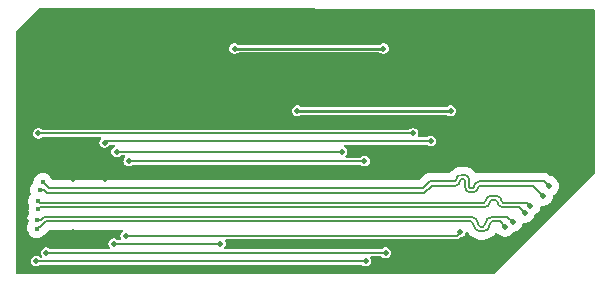
<source format=gbr>
%TF.GenerationSoftware,KiCad,Pcbnew,8.0.0*%
%TF.CreationDate,2024-03-06T21:08:29+04:00*%
%TF.ProjectId,gbc-cm4-aio-flex,6762632d-636d-4342-9d61-696f2d666c65,rev?*%
%TF.SameCoordinates,Original*%
%TF.FileFunction,Copper,L2,Bot*%
%TF.FilePolarity,Positive*%
%FSLAX46Y46*%
G04 Gerber Fmt 4.6, Leading zero omitted, Abs format (unit mm)*
G04 Created by KiCad (PCBNEW 8.0.0) date 2024-03-06 21:08:29*
%MOMM*%
%LPD*%
G01*
G04 APERTURE LIST*
%TA.AperFunction,ViaPad*%
%ADD10C,0.500000*%
%TD*%
%TA.AperFunction,ViaPad*%
%ADD11C,0.400000*%
%TD*%
%TA.AperFunction,Conductor*%
%ADD12C,0.180000*%
%TD*%
%TA.AperFunction,Conductor*%
%ADD13C,0.200000*%
%TD*%
%TA.AperFunction,Conductor*%
%ADD14C,0.250000*%
%TD*%
G04 APERTURE END LIST*
D10*
%TO.N,GND*%
X166570000Y-130090000D03*
X161210000Y-126750000D03*
X147000000Y-134500000D03*
X134540000Y-128430000D03*
X166100000Y-118810000D03*
X146600000Y-121500000D03*
X125360000Y-128000000D03*
X145900000Y-120200000D03*
X140420000Y-128440000D03*
X150000000Y-134500000D03*
X131550000Y-128430000D03*
X132550000Y-128430000D03*
X160080000Y-128020000D03*
X161600000Y-118810000D03*
X158600000Y-118810000D03*
X147420000Y-128440000D03*
X143000000Y-134500000D03*
X146000000Y-134500000D03*
X166500000Y-128290000D03*
X140000000Y-134500000D03*
X161080000Y-128020000D03*
X163100000Y-118810000D03*
X165720000Y-131300000D03*
X142000000Y-134500000D03*
X152720000Y-134350000D03*
X157190000Y-128080000D03*
X146600000Y-119000000D03*
X161210000Y-124750000D03*
X166500000Y-124390000D03*
X127510000Y-134500000D03*
X147100000Y-121500000D03*
X121340000Y-133550000D03*
X148000000Y-134500000D03*
X154140000Y-134340000D03*
X141000000Y-134500000D03*
X121340000Y-128550000D03*
X145420000Y-128440000D03*
X164650000Y-132190000D03*
X139000000Y-134500000D03*
X121340000Y-129550000D03*
X157000000Y-121500000D03*
X141420000Y-128440000D03*
X161210000Y-121750000D03*
X159050000Y-127770000D03*
X130550000Y-128430000D03*
X125360000Y-133500000D03*
X145000000Y-134500000D03*
X144000000Y-134500000D03*
X128010000Y-129000000D03*
X154980000Y-128370000D03*
X163580000Y-132940000D03*
X142420000Y-128440000D03*
X152500000Y-128820000D03*
X135540000Y-128430000D03*
X152600000Y-119000000D03*
X161210000Y-123750000D03*
X121340000Y-132550000D03*
X136540000Y-128430000D03*
X156150000Y-134340000D03*
X121340000Y-130550000D03*
X125360000Y-127000000D03*
X161210000Y-122750000D03*
X139420000Y-128440000D03*
X166500000Y-126390000D03*
X166800000Y-120200000D03*
X147100000Y-119000000D03*
X166490000Y-121460000D03*
X157100000Y-119000000D03*
X164600000Y-118810000D03*
X166500000Y-129000000D03*
X123010000Y-127000000D03*
X144420000Y-128440000D03*
X143420000Y-128440000D03*
X160100000Y-121710000D03*
X155960000Y-128210000D03*
X166500000Y-122390000D03*
X161170000Y-133870000D03*
X121340000Y-131550000D03*
X162490000Y-133880000D03*
X154050000Y-128810000D03*
X127010000Y-127000000D03*
X125360000Y-134500000D03*
X160100000Y-118810000D03*
X166500000Y-123390000D03*
X161210000Y-125750000D03*
X166500000Y-125390000D03*
X149000000Y-134500000D03*
X125360000Y-129000000D03*
X157800000Y-134370000D03*
X146420000Y-128440000D03*
X159460000Y-134350000D03*
X133540000Y-128430000D03*
X166500000Y-127290000D03*
%TO.N,/D0_P*%
X165600000Y-129570000D03*
D11*
X122770000Y-129270000D03*
D10*
%TO.N,/D0_N*%
X165110000Y-130380000D03*
D11*
X122510000Y-129920000D03*
D10*
%TO.N,/D1_P*%
X164040000Y-131232701D03*
D11*
X122320000Y-130850000D03*
%TO.N,/D1_N*%
X122350000Y-131550000D03*
D10*
X163567374Y-131818516D03*
%TO.N,/CLK_P*%
X162540000Y-132599927D03*
D11*
X122250000Y-132440000D03*
%TO.N,/CLK_N*%
X122233596Y-133176754D03*
D10*
X161900000Y-133000000D03*
%TO.N,/PWM*%
X158110000Y-133470000D03*
X129794000Y-133780000D03*
%TO.N,/RESET*%
X137810000Y-134460000D03*
X128778000Y-134460000D03*
%TO.N,/LCD_A*%
X155600000Y-125760000D03*
X128010000Y-125890000D03*
%TO.N,/LCD_K*%
X122400000Y-125120000D03*
X154110000Y-125120000D03*
%TO.N,+1V8*%
X151790000Y-135210000D03*
X139010000Y-117930000D03*
X123040000Y-135220000D03*
X151610000Y-117930000D03*
%TO.N,+2V8*%
X150100000Y-135930000D03*
X122200000Y-135930000D03*
%TO.N,-5V*%
X150000000Y-127460000D03*
X130048000Y-127460000D03*
%TO.N,+5V*%
X129020000Y-126660000D03*
X148100000Y-126660000D03*
%TO.N,Net-(J3-Pin_18)*%
X144320000Y-123190000D03*
X157290000Y-123190000D03*
%TD*%
D12*
%TO.N,/D0_P*%
X123270000Y-129770000D02*
X136540000Y-129770000D01*
X155522598Y-129170000D02*
X154922598Y-129770000D01*
X156570000Y-129170000D02*
X155522598Y-129170000D01*
X157650000Y-129170000D02*
X157450000Y-129170000D01*
X165200000Y-129170000D02*
X159730000Y-129170000D01*
X159170000Y-129730000D02*
X158970000Y-129730000D01*
X165600000Y-129570000D02*
X165200000Y-129170000D01*
X158410000Y-128610000D02*
X158210000Y-128610000D01*
X122770000Y-129270000D02*
X123270000Y-129770000D01*
X158880000Y-129550000D02*
X158880000Y-129080000D01*
X158880000Y-129640000D02*
X158880000Y-129550000D01*
X136120000Y-129770000D02*
X136540000Y-129770000D01*
X154922598Y-129770000D02*
X136540000Y-129770000D01*
X157450000Y-129170000D02*
X156570000Y-129170000D01*
X159730000Y-129170000D02*
G75*
G03*
X159260000Y-129640000I0J-470000D01*
G01*
X158880000Y-129080000D02*
G75*
G03*
X158410000Y-128610000I-470000J0D01*
G01*
X157740000Y-129080000D02*
G75*
G02*
X157650000Y-129170000I-90000J0D01*
G01*
X158970000Y-129730000D02*
G75*
G02*
X158880000Y-129640000I0J90000D01*
G01*
X158210000Y-128610000D02*
G75*
G03*
X157740000Y-129080000I0J-470000D01*
G01*
X159260000Y-129640000D02*
G75*
G02*
X159170000Y-129730000I-90000J0D01*
G01*
%TO.N,/D0_N*%
X158500000Y-129640000D02*
X158500000Y-129550000D01*
X164280000Y-129550000D02*
X159730000Y-129550000D01*
X137470000Y-130150000D02*
X137450000Y-130170000D01*
X122882598Y-129920000D02*
X123132598Y-130170000D01*
X165110000Y-130380000D02*
X164280000Y-129550000D01*
X157650000Y-129550000D02*
X157450000Y-129550000D01*
X155680000Y-129550000D02*
X155080000Y-130150000D01*
X159170000Y-130110000D02*
X158970000Y-130110000D01*
X135670000Y-130170000D02*
X136610000Y-130170000D01*
X158410000Y-128990000D02*
X158210000Y-128990000D01*
X137450000Y-130170000D02*
X136610000Y-130170000D01*
X156570000Y-129550000D02*
X155680000Y-129550000D01*
X157450000Y-129550000D02*
X156570000Y-129550000D01*
X155080000Y-130150000D02*
X137470000Y-130150000D01*
X123132598Y-130170000D02*
X136610000Y-130170000D01*
X122510000Y-129920000D02*
X122882598Y-129920000D01*
X158500000Y-129550000D02*
X158500000Y-129080000D01*
X158500000Y-129080000D02*
G75*
G03*
X158410000Y-128990000I-90000J0D01*
G01*
X159730000Y-129550000D02*
G75*
G03*
X159640000Y-129640000I0J-90000D01*
G01*
X158210000Y-128990000D02*
G75*
G03*
X158120000Y-129080000I0J-90000D01*
G01*
X159640000Y-129640000D02*
G75*
G02*
X159170000Y-130110000I-470000J0D01*
G01*
X158120000Y-129080000D02*
G75*
G02*
X157650000Y-129550000I-470000J0D01*
G01*
X158970000Y-130110000D02*
G75*
G02*
X158500000Y-129640000I0J470000D01*
G01*
%TO.N,/D1_P*%
X122440000Y-130850000D02*
X122560000Y-130970000D01*
X163777299Y-130970000D02*
X162610000Y-130970000D01*
X122560000Y-130970000D02*
X136780000Y-130970000D01*
X161726854Y-130970000D02*
X162140000Y-130970000D01*
X122320000Y-130850000D02*
X122440000Y-130850000D01*
X162140000Y-130970000D02*
X162610000Y-130970000D01*
X135670000Y-130970000D02*
X136780000Y-130970000D01*
X164040000Y-131232701D02*
X163777299Y-130970000D01*
X160726854Y-130383146D02*
X161140000Y-130383146D01*
X136780000Y-130970000D02*
X160140000Y-130970000D01*
X161140000Y-130383146D02*
G75*
G02*
X161633454Y-130876573I0J-493454D01*
G01*
X161633427Y-130876573D02*
G75*
G03*
X161726854Y-130970073I93473J-27D01*
G01*
X160140000Y-130970000D02*
G75*
G03*
X160233400Y-130876573I0J93400D01*
G01*
X160233427Y-130876573D02*
G75*
G02*
X160726854Y-130383127I493473J-27D01*
G01*
%TO.N,/D1_N*%
X135300000Y-131370000D02*
X135860000Y-131370000D01*
X135860000Y-131370000D02*
X160140000Y-131370000D01*
X161726854Y-131370000D02*
X162140000Y-131370000D01*
X122350000Y-131550000D02*
X122530000Y-131370000D01*
X162140000Y-131370000D02*
X162610000Y-131370000D01*
X160726854Y-130783146D02*
X161140000Y-130783146D01*
X163118858Y-131370000D02*
X163567374Y-131818516D01*
X122530000Y-131370000D02*
X135860000Y-131370000D01*
X162610000Y-131370000D02*
X163118858Y-131370000D01*
X160633427Y-130876573D02*
G75*
G02*
X160726854Y-130783127I93473J-27D01*
G01*
X160140000Y-131370000D02*
G75*
G03*
X160633400Y-130876573I0J493400D01*
G01*
X161233427Y-130876573D02*
G75*
G03*
X161726854Y-131370073I493473J-27D01*
G01*
X161140000Y-130783146D02*
G75*
G02*
X161233454Y-130876573I0J-93454D01*
G01*
%TO.N,/CLK_P*%
X122250000Y-132440000D02*
X122632598Y-132440000D01*
X160226725Y-132770000D02*
X160226725Y-132813794D01*
X159626725Y-132813794D02*
X159626725Y-132770000D01*
X158826725Y-132170000D02*
X156610000Y-132170000D01*
X122632598Y-132440000D02*
X122902598Y-132170000D01*
X122902598Y-132170000D02*
X135850000Y-132170000D01*
X159026725Y-132170000D02*
X158826725Y-132170000D01*
X156610000Y-132170000D02*
X135850000Y-132170000D01*
X162110073Y-132170000D02*
X160826725Y-132170000D01*
X162540000Y-132599927D02*
X162110073Y-132170000D01*
X135320000Y-132170000D02*
X135850000Y-132170000D01*
X160026725Y-133013794D02*
X159826725Y-133013794D01*
X159626725Y-132770000D02*
G75*
G03*
X159026725Y-132169975I-600025J0D01*
G01*
X159826725Y-133013794D02*
G75*
G02*
X159626706Y-132813794I-25J199994D01*
G01*
X160826725Y-132170000D02*
G75*
G03*
X160226700Y-132770000I-25J-600000D01*
G01*
X160226725Y-132813794D02*
G75*
G02*
X160026725Y-133013825I-200025J-6D01*
G01*
%TO.N,/CLK_N*%
X135650000Y-132570000D02*
X136110000Y-132570000D01*
X161470000Y-132570000D02*
X160826725Y-132570000D01*
X122233596Y-133176754D02*
X122341472Y-133068878D01*
X156610000Y-132570000D02*
X136110000Y-132570000D01*
X158826725Y-132570000D02*
X156610000Y-132570000D01*
X122541122Y-133068878D02*
X123040000Y-132570000D01*
X159026725Y-132570000D02*
X158826725Y-132570000D01*
X160626725Y-132770000D02*
X160626725Y-132813794D01*
X160026725Y-133413794D02*
X159826725Y-133413794D01*
X122341472Y-133068878D02*
X122541122Y-133068878D01*
X159226725Y-132813794D02*
X159226725Y-132770000D01*
X161900000Y-133000000D02*
X161470000Y-132570000D01*
X123040000Y-132570000D02*
X136110000Y-132570000D01*
X159826725Y-133413794D02*
G75*
G02*
X159226706Y-132813794I-25J599994D01*
G01*
X160626725Y-132813794D02*
G75*
G02*
X160026725Y-133413825I-600025J-6D01*
G01*
X159226725Y-132770000D02*
G75*
G03*
X159026725Y-132569975I-200025J0D01*
G01*
X160826725Y-132570000D02*
G75*
G03*
X160626700Y-132770000I-25J-200000D01*
G01*
D13*
%TO.N,/PWM*%
X142410000Y-133780000D02*
X142820000Y-133780000D01*
X142820000Y-133780000D02*
X157800000Y-133780000D01*
X157800000Y-133780000D02*
X158110000Y-133470000D01*
X129794000Y-133780000D02*
X142820000Y-133780000D01*
%TO.N,/RESET*%
X128778000Y-134460000D02*
X137810000Y-134460000D01*
%TO.N,/LCD_A*%
X141450000Y-125760000D02*
X141130000Y-125760000D01*
X141450000Y-125760000D02*
X128140000Y-125760000D01*
X128140000Y-125760000D02*
X128010000Y-125890000D01*
X155600000Y-125760000D02*
X141450000Y-125760000D01*
%TO.N,/LCD_K*%
X154110000Y-125120000D02*
X122400000Y-125120000D01*
%TO.N,+1V8*%
X151780000Y-135220000D02*
X123040000Y-135220000D01*
X151790000Y-135210000D02*
X151780000Y-135220000D01*
D14*
X139010000Y-117930000D02*
X151610000Y-117930000D01*
D13*
%TO.N,+2V8*%
X150100000Y-135930000D02*
X122200000Y-135930000D01*
%TO.N,-5V*%
X150000000Y-127460000D02*
X130048000Y-127460000D01*
%TO.N,+5V*%
X148100000Y-126660000D02*
X129020000Y-126660000D01*
D14*
%TO.N,Net-(J3-Pin_18)*%
X157290000Y-123190000D02*
X144320000Y-123190000D01*
%TD*%
%TA.AperFunction,Conductor*%
%TO.N,GND*%
G36*
X169401128Y-114559809D02*
G01*
X169459293Y-114578791D01*
X169495194Y-114628336D01*
X169500000Y-114658809D01*
X169500000Y-128458992D01*
X169481093Y-128517183D01*
X169471004Y-128528996D01*
X161028996Y-136971004D01*
X160974479Y-136998781D01*
X160958992Y-137000000D01*
X120599000Y-137000000D01*
X120540809Y-136981093D01*
X120504845Y-136931593D01*
X120500000Y-136901000D01*
X120500000Y-133176754D01*
X121428031Y-133176754D01*
X121448228Y-133356011D01*
X121448229Y-133356015D01*
X121507807Y-133526276D01*
X121507807Y-133526277D01*
X121603777Y-133679012D01*
X121603780Y-133679016D01*
X121731334Y-133806570D01*
X121731336Y-133806571D01*
X121731337Y-133806572D01*
X121854564Y-133884001D01*
X121884074Y-133902543D01*
X121935392Y-133920500D01*
X122054334Y-133962120D01*
X122054338Y-133962121D01*
X122054341Y-133962122D01*
X122233596Y-133982319D01*
X122412851Y-133962122D01*
X122583118Y-133902543D01*
X122735858Y-133806570D01*
X122843722Y-133698704D01*
X122864177Y-133683536D01*
X122864150Y-133683495D01*
X122864995Y-133682930D01*
X122867071Y-133681391D01*
X122868178Y-133680798D01*
X122868196Y-133680791D01*
X122981290Y-133605224D01*
X123297018Y-133289496D01*
X123351535Y-133261719D01*
X123367022Y-133260500D01*
X129433098Y-133260500D01*
X129491289Y-133279407D01*
X129527253Y-133328907D01*
X129527253Y-133390093D01*
X129500430Y-133430545D01*
X129500588Y-133430682D01*
X129499529Y-133431903D01*
X129497926Y-133434322D01*
X129495951Y-133436032D01*
X129411117Y-133533938D01*
X129357302Y-133651774D01*
X129338867Y-133779997D01*
X129338867Y-133780002D01*
X129357302Y-133908225D01*
X129381916Y-133962120D01*
X129403673Y-134009762D01*
X129408063Y-134019373D01*
X129415038Y-134080160D01*
X129384952Y-134133437D01*
X129329296Y-134158855D01*
X129318010Y-134159500D01*
X129158925Y-134159500D01*
X129100734Y-134140593D01*
X129084105Y-134125330D01*
X129076049Y-134116033D01*
X129076048Y-134116032D01*
X128967073Y-134045998D01*
X128967070Y-134045996D01*
X128967069Y-134045996D01*
X128967066Y-134045995D01*
X128842774Y-134009500D01*
X128842772Y-134009500D01*
X128713228Y-134009500D01*
X128713225Y-134009500D01*
X128588933Y-134045995D01*
X128588926Y-134045998D01*
X128479952Y-134116031D01*
X128395117Y-134213938D01*
X128341302Y-134331774D01*
X128322867Y-134459997D01*
X128322867Y-134460002D01*
X128341302Y-134588225D01*
X128395117Y-134706061D01*
X128395118Y-134706063D01*
X128438102Y-134755670D01*
X128461919Y-134812029D01*
X128448060Y-134871624D01*
X128401819Y-134911691D01*
X128363282Y-134919500D01*
X123420925Y-134919500D01*
X123362734Y-134900593D01*
X123346105Y-134885330D01*
X123338049Y-134876033D01*
X123338048Y-134876032D01*
X123229073Y-134805998D01*
X123229070Y-134805996D01*
X123229069Y-134805996D01*
X123222159Y-134803967D01*
X123104774Y-134769500D01*
X123104772Y-134769500D01*
X122975228Y-134769500D01*
X122975225Y-134769500D01*
X122850933Y-134805995D01*
X122850926Y-134805998D01*
X122741952Y-134876031D01*
X122657117Y-134973938D01*
X122603302Y-135091774D01*
X122584867Y-135219997D01*
X122584867Y-135220002D01*
X122603302Y-135348225D01*
X122657118Y-135466064D01*
X122660946Y-135472020D01*
X122659778Y-135472770D01*
X122680594Y-135522031D01*
X122666734Y-135581626D01*
X122620492Y-135621692D01*
X122581957Y-135629500D01*
X122580925Y-135629500D01*
X122522734Y-135610593D01*
X122506105Y-135595330D01*
X122498049Y-135586033D01*
X122498048Y-135586032D01*
X122389073Y-135515998D01*
X122389070Y-135515996D01*
X122389069Y-135515996D01*
X122389066Y-135515995D01*
X122264774Y-135479500D01*
X122264772Y-135479500D01*
X122135228Y-135479500D01*
X122135225Y-135479500D01*
X122010933Y-135515995D01*
X122010926Y-135515998D01*
X121901952Y-135586031D01*
X121817117Y-135683938D01*
X121763302Y-135801774D01*
X121744867Y-135929997D01*
X121744867Y-135930002D01*
X121763302Y-136058225D01*
X121817117Y-136176061D01*
X121817118Y-136176063D01*
X121866517Y-136233073D01*
X121901952Y-136273968D01*
X122010926Y-136344001D01*
X122010931Y-136344004D01*
X122135228Y-136380500D01*
X122135230Y-136380500D01*
X122264770Y-136380500D01*
X122264772Y-136380500D01*
X122389069Y-136344004D01*
X122498049Y-136273967D01*
X122506105Y-136264670D01*
X122558500Y-136233073D01*
X122580925Y-136230500D01*
X149719075Y-136230500D01*
X149777266Y-136249407D01*
X149793895Y-136264670D01*
X149801951Y-136273967D01*
X149910931Y-136344004D01*
X150035228Y-136380500D01*
X150035230Y-136380500D01*
X150164770Y-136380500D01*
X150164772Y-136380500D01*
X150289069Y-136344004D01*
X150398049Y-136273967D01*
X150482882Y-136176063D01*
X150536697Y-136058226D01*
X150555133Y-135930000D01*
X150536697Y-135801774D01*
X150482882Y-135683937D01*
X150482881Y-135683936D01*
X150482881Y-135683935D01*
X150479054Y-135677980D01*
X150480221Y-135677229D01*
X150459406Y-135627969D01*
X150473266Y-135568374D01*
X150519508Y-135528308D01*
X150558043Y-135520500D01*
X151417740Y-135520500D01*
X151475931Y-135539407D01*
X151489150Y-135551540D01*
X151491951Y-135553967D01*
X151600931Y-135624004D01*
X151725228Y-135660500D01*
X151725230Y-135660500D01*
X151854770Y-135660500D01*
X151854772Y-135660500D01*
X151979069Y-135624004D01*
X152088049Y-135553967D01*
X152172882Y-135456063D01*
X152226697Y-135338226D01*
X152245133Y-135210000D01*
X152226697Y-135081774D01*
X152172882Y-134963937D01*
X152088049Y-134866033D01*
X152088048Y-134866032D01*
X152088047Y-134866031D01*
X151979073Y-134795998D01*
X151979070Y-134795996D01*
X151979069Y-134795996D01*
X151979066Y-134795995D01*
X151854774Y-134759500D01*
X151854772Y-134759500D01*
X151725228Y-134759500D01*
X151725225Y-134759500D01*
X151600933Y-134795995D01*
X151600926Y-134795998D01*
X151491951Y-134866032D01*
X151491950Y-134866033D01*
X151475230Y-134885330D01*
X151422834Y-134916927D01*
X151400410Y-134919500D01*
X138224718Y-134919500D01*
X138166527Y-134900593D01*
X138130563Y-134851093D01*
X138130563Y-134789907D01*
X138149896Y-134755671D01*
X138192882Y-134706063D01*
X138246697Y-134588226D01*
X138265133Y-134460000D01*
X138246697Y-134331774D01*
X138195936Y-134220626D01*
X138188962Y-134159840D01*
X138219048Y-134106563D01*
X138274704Y-134081145D01*
X138285990Y-134080500D01*
X157839563Y-134080500D01*
X157839563Y-134080499D01*
X157915989Y-134060021D01*
X157984511Y-134020460D01*
X158040460Y-133964511D01*
X158055475Y-133949496D01*
X158109992Y-133921719D01*
X158125479Y-133920500D01*
X158174770Y-133920500D01*
X158174772Y-133920500D01*
X158299069Y-133884004D01*
X158408049Y-133813967D01*
X158492882Y-133716063D01*
X158546697Y-133598226D01*
X158554074Y-133546913D01*
X158581069Y-133492009D01*
X158635183Y-133463455D01*
X158695745Y-133472162D01*
X158732158Y-133502813D01*
X158842373Y-133654507D01*
X158842375Y-133654509D01*
X158842378Y-133654513D01*
X158986018Y-133798149D01*
X159150360Y-133917545D01*
X159331357Y-134009762D01*
X159524551Y-134072528D01*
X159725186Y-134104298D01*
X159826754Y-134104294D01*
X159943311Y-134104294D01*
X159943363Y-134104296D01*
X159948948Y-134104295D01*
X159948953Y-134104297D01*
X159985714Y-134104295D01*
X159985811Y-134104326D01*
X160026754Y-134104324D01*
X160026754Y-134104325D01*
X160128318Y-134104321D01*
X160328945Y-134072537D01*
X160328949Y-134072535D01*
X160328953Y-134072535D01*
X160410623Y-134045995D01*
X160522130Y-134009760D01*
X160703117Y-133917536D01*
X160867448Y-133798135D01*
X161011078Y-133654497D01*
X161088267Y-133548249D01*
X161137765Y-133512284D01*
X161198951Y-133512282D01*
X161241932Y-133540194D01*
X161327765Y-133635521D01*
X161327771Y-133635527D01*
X161472402Y-133740609D01*
X161472412Y-133740615D01*
X161620547Y-133806568D01*
X161635733Y-133813329D01*
X161810609Y-133850500D01*
X161810612Y-133850500D01*
X161989388Y-133850500D01*
X161989391Y-133850500D01*
X162164267Y-133813329D01*
X162245930Y-133776970D01*
X162327587Y-133740615D01*
X162327589Y-133740613D01*
X162327593Y-133740612D01*
X162472230Y-133635526D01*
X162591859Y-133502665D01*
X162598948Y-133490385D01*
X162644416Y-133449445D01*
X162664093Y-133443050D01*
X162804267Y-133413256D01*
X162893363Y-133373588D01*
X162967587Y-133340542D01*
X162967589Y-133340540D01*
X162967593Y-133340539D01*
X163112230Y-133235453D01*
X163231859Y-133102592D01*
X163321250Y-132947762D01*
X163376497Y-132777730D01*
X163378605Y-132757665D01*
X163403492Y-132701772D01*
X163456480Y-132671179D01*
X163477063Y-132669016D01*
X163656762Y-132669016D01*
X163656765Y-132669016D01*
X163831641Y-132631845D01*
X163913304Y-132595486D01*
X163994961Y-132559131D01*
X163994963Y-132559129D01*
X163994967Y-132559128D01*
X164139604Y-132454042D01*
X164259233Y-132321181D01*
X164348624Y-132166351D01*
X164373277Y-132090477D01*
X164388213Y-132044511D01*
X164424177Y-131995011D01*
X164442100Y-131984663D01*
X164467593Y-131973313D01*
X164612230Y-131868227D01*
X164731859Y-131735366D01*
X164821250Y-131580536D01*
X164876497Y-131410504D01*
X164886659Y-131313815D01*
X164911544Y-131257923D01*
X164964532Y-131227330D01*
X165005700Y-131227330D01*
X165020609Y-131230500D01*
X165199388Y-131230500D01*
X165199391Y-131230500D01*
X165374267Y-131193329D01*
X165455930Y-131156970D01*
X165537587Y-131120615D01*
X165537589Y-131120613D01*
X165537593Y-131120612D01*
X165682230Y-131015526D01*
X165801859Y-130882665D01*
X165891250Y-130727835D01*
X165946497Y-130557803D01*
X165963797Y-130393198D01*
X165988684Y-130337304D01*
X166021991Y-130313106D01*
X166027593Y-130310612D01*
X166172230Y-130205526D01*
X166291859Y-130072665D01*
X166381250Y-129917835D01*
X166436497Y-129747803D01*
X166455185Y-129570000D01*
X166436497Y-129392197D01*
X166381250Y-129222165D01*
X166381247Y-129222160D01*
X166381245Y-129222155D01*
X166335322Y-129142615D01*
X166291859Y-129067335D01*
X166172230Y-128934474D01*
X166172228Y-128934472D01*
X166027597Y-128829390D01*
X166027587Y-128829384D01*
X165864273Y-128756673D01*
X165864268Y-128756671D01*
X165864267Y-128756671D01*
X165864264Y-128756670D01*
X165864256Y-128756668D01*
X165764583Y-128735481D01*
X165715163Y-128708649D01*
X165640171Y-128633657D01*
X165640168Y-128633654D01*
X165595115Y-128603551D01*
X165527080Y-128558090D01*
X165527069Y-128558084D01*
X165401412Y-128506036D01*
X165268010Y-128479500D01*
X165268008Y-128479500D01*
X159807801Y-128479500D01*
X159730000Y-128479500D01*
X159628469Y-128479500D01*
X159628463Y-128479500D01*
X159492400Y-128503492D01*
X159431810Y-128494977D01*
X159389473Y-128455496D01*
X159364260Y-128411826D01*
X159364253Y-128411817D01*
X159233738Y-128256275D01*
X159233737Y-128256274D01*
X159233732Y-128256268D01*
X159233724Y-128256261D01*
X159078184Y-128125747D01*
X159078181Y-128125745D01*
X158902326Y-128024214D01*
X158902324Y-128024213D01*
X158902322Y-128024212D01*
X158711507Y-127954761D01*
X158671511Y-127947708D01*
X158511535Y-127919500D01*
X158511531Y-127919500D01*
X158478008Y-127919500D01*
X158287801Y-127919500D01*
X158210000Y-127919500D01*
X158108469Y-127919500D01*
X158108464Y-127919500D01*
X157908493Y-127954761D01*
X157717673Y-128024214D01*
X157541818Y-128125745D01*
X157541815Y-128125747D01*
X157386275Y-128256261D01*
X157386261Y-128256275D01*
X157255747Y-128411815D01*
X157255743Y-128411822D01*
X157245246Y-128430002D01*
X157199779Y-128470941D01*
X157159512Y-128479500D01*
X155454587Y-128479500D01*
X155321184Y-128506036D01*
X155300121Y-128514761D01*
X155284380Y-128521281D01*
X155265755Y-128528996D01*
X155195525Y-128558086D01*
X155148964Y-128589197D01*
X155102405Y-128620307D01*
X155102404Y-128620308D01*
X155102403Y-128620307D01*
X155082432Y-128633651D01*
X154665580Y-129050504D01*
X154611063Y-129078281D01*
X154595576Y-129079500D01*
X123621677Y-129079500D01*
X123563486Y-129060593D01*
X123528233Y-129013198D01*
X123500686Y-128934474D01*
X123495789Y-128920478D01*
X123399816Y-128767738D01*
X123272262Y-128640184D01*
X123272259Y-128640182D01*
X123272258Y-128640181D01*
X123119523Y-128544211D01*
X122949261Y-128484633D01*
X122949257Y-128484632D01*
X122770000Y-128464435D01*
X122590742Y-128484632D01*
X122590738Y-128484633D01*
X122420477Y-128544211D01*
X122420476Y-128544211D01*
X122267741Y-128640181D01*
X122140181Y-128767741D01*
X122044211Y-128920476D01*
X122044211Y-128920477D01*
X121984633Y-129090738D01*
X121984632Y-129090742D01*
X121964435Y-129270001D01*
X121965526Y-129279684D01*
X121953251Y-129339626D01*
X121937152Y-129360769D01*
X121880185Y-129417736D01*
X121880181Y-129417741D01*
X121784211Y-129570476D01*
X121784211Y-129570477D01*
X121724633Y-129740738D01*
X121724632Y-129740742D01*
X121704435Y-129920000D01*
X121724632Y-130099257D01*
X121759567Y-130199095D01*
X121760939Y-130260265D01*
X121736126Y-130301795D01*
X121690185Y-130347736D01*
X121690181Y-130347741D01*
X121594211Y-130500476D01*
X121594211Y-130500477D01*
X121534633Y-130670738D01*
X121534632Y-130670742D01*
X121514435Y-130850000D01*
X121534632Y-131029257D01*
X121534633Y-131029261D01*
X121596047Y-131204770D01*
X121594817Y-131205200D01*
X121602201Y-131259685D01*
X121598236Y-131274708D01*
X121564632Y-131370742D01*
X121544435Y-131550000D01*
X121564632Y-131729257D01*
X121564633Y-131729261D01*
X121615613Y-131874950D01*
X121616986Y-131936120D01*
X121605995Y-131960319D01*
X121524211Y-132090476D01*
X121524211Y-132090477D01*
X121464633Y-132260738D01*
X121464632Y-132260742D01*
X121444435Y-132440000D01*
X121464632Y-132619257D01*
X121464633Y-132619262D01*
X121511405Y-132752927D01*
X121512778Y-132814097D01*
X121508956Y-132823946D01*
X121448229Y-132997492D01*
X121448228Y-132997496D01*
X121428031Y-133176754D01*
X120500000Y-133176754D01*
X120500000Y-125120002D01*
X121944867Y-125120002D01*
X121963302Y-125248225D01*
X122017117Y-125366061D01*
X122017118Y-125366063D01*
X122101950Y-125463966D01*
X122101952Y-125463968D01*
X122210926Y-125534001D01*
X122210931Y-125534004D01*
X122335228Y-125570500D01*
X122335230Y-125570500D01*
X122464770Y-125570500D01*
X122464772Y-125570500D01*
X122589069Y-125534004D01*
X122698049Y-125463967D01*
X122706105Y-125454670D01*
X122758500Y-125423073D01*
X122780925Y-125420500D01*
X127603947Y-125420500D01*
X127662138Y-125439407D01*
X127698102Y-125488907D01*
X127698102Y-125550093D01*
X127678768Y-125584328D01*
X127637657Y-125631774D01*
X127627117Y-125643938D01*
X127573302Y-125761774D01*
X127554867Y-125889997D01*
X127554867Y-125890002D01*
X127573302Y-126018225D01*
X127619039Y-126118373D01*
X127627118Y-126136063D01*
X127659991Y-126174001D01*
X127711952Y-126233968D01*
X127820926Y-126304001D01*
X127820931Y-126304004D01*
X127945228Y-126340500D01*
X127945230Y-126340500D01*
X128074770Y-126340500D01*
X128074772Y-126340500D01*
X128199069Y-126304004D01*
X128308049Y-126233967D01*
X128392882Y-126136063D01*
X128400961Y-126118373D01*
X128442333Y-126073296D01*
X128491014Y-126060500D01*
X128782405Y-126060500D01*
X128840596Y-126079407D01*
X128876560Y-126128907D01*
X128876560Y-126190093D01*
X128840596Y-126239593D01*
X128835928Y-126242784D01*
X128721952Y-126316031D01*
X128637117Y-126413938D01*
X128583302Y-126531774D01*
X128564867Y-126659997D01*
X128564867Y-126660002D01*
X128583302Y-126788225D01*
X128637117Y-126906061D01*
X128637118Y-126906063D01*
X128686517Y-126963073D01*
X128721952Y-127003968D01*
X128821500Y-127067943D01*
X128830931Y-127074004D01*
X128955228Y-127110500D01*
X128955230Y-127110500D01*
X129084770Y-127110500D01*
X129084772Y-127110500D01*
X129209069Y-127074004D01*
X129318049Y-127003967D01*
X129325238Y-126995670D01*
X129326105Y-126994670D01*
X129378500Y-126963073D01*
X129400925Y-126960500D01*
X129667941Y-126960500D01*
X129726132Y-126979407D01*
X129762096Y-127028907D01*
X129762096Y-127090093D01*
X129742761Y-127124330D01*
X129665118Y-127213936D01*
X129611302Y-127331774D01*
X129592867Y-127459997D01*
X129592867Y-127460002D01*
X129611302Y-127588225D01*
X129665117Y-127706061D01*
X129665118Y-127706063D01*
X129714517Y-127763073D01*
X129749952Y-127803968D01*
X129858926Y-127874001D01*
X129858931Y-127874004D01*
X129983228Y-127910500D01*
X129983230Y-127910500D01*
X130112770Y-127910500D01*
X130112772Y-127910500D01*
X130237069Y-127874004D01*
X130346049Y-127803967D01*
X130354105Y-127794670D01*
X130406500Y-127763073D01*
X130428925Y-127760500D01*
X149619075Y-127760500D01*
X149677266Y-127779407D01*
X149693895Y-127794670D01*
X149701951Y-127803967D01*
X149810931Y-127874004D01*
X149935228Y-127910500D01*
X149935230Y-127910500D01*
X150064770Y-127910500D01*
X150064772Y-127910500D01*
X150189069Y-127874004D01*
X150298049Y-127803967D01*
X150382882Y-127706063D01*
X150436697Y-127588226D01*
X150455133Y-127460000D01*
X150436697Y-127331774D01*
X150382882Y-127213937D01*
X150298049Y-127116033D01*
X150298048Y-127116032D01*
X150298047Y-127116031D01*
X150189073Y-127045998D01*
X150189070Y-127045996D01*
X150189069Y-127045996D01*
X150189066Y-127045995D01*
X150064774Y-127009500D01*
X150064772Y-127009500D01*
X149935228Y-127009500D01*
X149935225Y-127009500D01*
X149810933Y-127045995D01*
X149810926Y-127045998D01*
X149701951Y-127116032D01*
X149701950Y-127116033D01*
X149693895Y-127125330D01*
X149641500Y-127156927D01*
X149619075Y-127159500D01*
X148480059Y-127159500D01*
X148421868Y-127140593D01*
X148385904Y-127091093D01*
X148385904Y-127029907D01*
X148405239Y-126995670D01*
X148437704Y-126958200D01*
X148482882Y-126906063D01*
X148536697Y-126788226D01*
X148555133Y-126660000D01*
X148536697Y-126531774D01*
X148482882Y-126413937D01*
X148398049Y-126316033D01*
X148398048Y-126316032D01*
X148398047Y-126316031D01*
X148284072Y-126242784D01*
X148245340Y-126195418D01*
X148241847Y-126134332D01*
X148274927Y-126082860D01*
X148331943Y-126060661D01*
X148337595Y-126060500D01*
X155219075Y-126060500D01*
X155277266Y-126079407D01*
X155293895Y-126094670D01*
X155301950Y-126103966D01*
X155301951Y-126103967D01*
X155340758Y-126128907D01*
X155410931Y-126174004D01*
X155535228Y-126210500D01*
X155535230Y-126210500D01*
X155664770Y-126210500D01*
X155664772Y-126210500D01*
X155789069Y-126174004D01*
X155898049Y-126103967D01*
X155982882Y-126006063D01*
X156036697Y-125888226D01*
X156055133Y-125760000D01*
X156036697Y-125631774D01*
X155982882Y-125513937D01*
X155898049Y-125416033D01*
X155898048Y-125416032D01*
X155898047Y-125416031D01*
X155789073Y-125345998D01*
X155789070Y-125345996D01*
X155789069Y-125345996D01*
X155789066Y-125345995D01*
X155664774Y-125309500D01*
X155664772Y-125309500D01*
X155535228Y-125309500D01*
X155535225Y-125309500D01*
X155410933Y-125345995D01*
X155410926Y-125345998D01*
X155301951Y-125416032D01*
X155301950Y-125416033D01*
X155293895Y-125425330D01*
X155241500Y-125456927D01*
X155219075Y-125459500D01*
X154604258Y-125459500D01*
X154546067Y-125440593D01*
X154510103Y-125391093D01*
X154510103Y-125329907D01*
X154514205Y-125319373D01*
X154546697Y-125248225D01*
X154565133Y-125120002D01*
X154565133Y-125119997D01*
X154546697Y-124991774D01*
X154492882Y-124873938D01*
X154492882Y-124873937D01*
X154408049Y-124776033D01*
X154408048Y-124776032D01*
X154408047Y-124776031D01*
X154299073Y-124705998D01*
X154299070Y-124705996D01*
X154299069Y-124705996D01*
X154299066Y-124705995D01*
X154174774Y-124669500D01*
X154174772Y-124669500D01*
X154045228Y-124669500D01*
X154045225Y-124669500D01*
X153920933Y-124705995D01*
X153920926Y-124705998D01*
X153811951Y-124776032D01*
X153811950Y-124776033D01*
X153803895Y-124785330D01*
X153751500Y-124816927D01*
X153729075Y-124819500D01*
X122780925Y-124819500D01*
X122722734Y-124800593D01*
X122706105Y-124785330D01*
X122698049Y-124776033D01*
X122698048Y-124776032D01*
X122589073Y-124705998D01*
X122589070Y-124705996D01*
X122589069Y-124705996D01*
X122589066Y-124705995D01*
X122464774Y-124669500D01*
X122464772Y-124669500D01*
X122335228Y-124669500D01*
X122335225Y-124669500D01*
X122210933Y-124705995D01*
X122210926Y-124705998D01*
X122101952Y-124776031D01*
X122017117Y-124873938D01*
X121963302Y-124991774D01*
X121944867Y-125119997D01*
X121944867Y-125120002D01*
X120500000Y-125120002D01*
X120500000Y-123190002D01*
X143864867Y-123190002D01*
X143883302Y-123318225D01*
X143937117Y-123436061D01*
X143937118Y-123436063D01*
X144019567Y-123531216D01*
X144021952Y-123533968D01*
X144130926Y-123604001D01*
X144130931Y-123604004D01*
X144255228Y-123640500D01*
X144255230Y-123640500D01*
X144384770Y-123640500D01*
X144384772Y-123640500D01*
X144509069Y-123604004D01*
X144583495Y-123556173D01*
X144622330Y-123531216D01*
X144675853Y-123515500D01*
X156934147Y-123515500D01*
X156987670Y-123531216D01*
X157100926Y-123604001D01*
X157100931Y-123604004D01*
X157225228Y-123640500D01*
X157225230Y-123640500D01*
X157354770Y-123640500D01*
X157354772Y-123640500D01*
X157479069Y-123604004D01*
X157588049Y-123533967D01*
X157672882Y-123436063D01*
X157726697Y-123318226D01*
X157745133Y-123190000D01*
X157726697Y-123061774D01*
X157672882Y-122943937D01*
X157588049Y-122846033D01*
X157588048Y-122846032D01*
X157588047Y-122846031D01*
X157479073Y-122775998D01*
X157479070Y-122775996D01*
X157479069Y-122775996D01*
X157479066Y-122775995D01*
X157354774Y-122739500D01*
X157354772Y-122739500D01*
X157225228Y-122739500D01*
X157225225Y-122739500D01*
X157100933Y-122775995D01*
X157100926Y-122775998D01*
X156987670Y-122848784D01*
X156934147Y-122864500D01*
X144675853Y-122864500D01*
X144622330Y-122848784D01*
X144509073Y-122775998D01*
X144509070Y-122775996D01*
X144509069Y-122775996D01*
X144509066Y-122775995D01*
X144384774Y-122739500D01*
X144384772Y-122739500D01*
X144255228Y-122739500D01*
X144255225Y-122739500D01*
X144130933Y-122775995D01*
X144130926Y-122775998D01*
X144021952Y-122846031D01*
X143937117Y-122943938D01*
X143883302Y-123061774D01*
X143864867Y-123189997D01*
X143864867Y-123190002D01*
X120500000Y-123190002D01*
X120500000Y-117930002D01*
X138554867Y-117930002D01*
X138573302Y-118058225D01*
X138627117Y-118176061D01*
X138627118Y-118176063D01*
X138709567Y-118271216D01*
X138711952Y-118273968D01*
X138820926Y-118344001D01*
X138820931Y-118344004D01*
X138945228Y-118380500D01*
X138945230Y-118380500D01*
X139074770Y-118380500D01*
X139074772Y-118380500D01*
X139199069Y-118344004D01*
X139273495Y-118296173D01*
X139312330Y-118271216D01*
X139365853Y-118255500D01*
X151254147Y-118255500D01*
X151307670Y-118271216D01*
X151420926Y-118344001D01*
X151420931Y-118344004D01*
X151545228Y-118380500D01*
X151545230Y-118380500D01*
X151674770Y-118380500D01*
X151674772Y-118380500D01*
X151799069Y-118344004D01*
X151908049Y-118273967D01*
X151992882Y-118176063D01*
X152046697Y-118058226D01*
X152065133Y-117930000D01*
X152046697Y-117801774D01*
X151992882Y-117683937D01*
X151908049Y-117586033D01*
X151908048Y-117586032D01*
X151908047Y-117586031D01*
X151799073Y-117515998D01*
X151799070Y-117515996D01*
X151799069Y-117515996D01*
X151799066Y-117515995D01*
X151674774Y-117479500D01*
X151674772Y-117479500D01*
X151545228Y-117479500D01*
X151545225Y-117479500D01*
X151420933Y-117515995D01*
X151420926Y-117515998D01*
X151307670Y-117588784D01*
X151254147Y-117604500D01*
X139365853Y-117604500D01*
X139312330Y-117588784D01*
X139199073Y-117515998D01*
X139199070Y-117515996D01*
X139199069Y-117515996D01*
X139199066Y-117515995D01*
X139074774Y-117479500D01*
X139074772Y-117479500D01*
X138945228Y-117479500D01*
X138945225Y-117479500D01*
X138820933Y-117515995D01*
X138820926Y-117515998D01*
X138711952Y-117586031D01*
X138627117Y-117683938D01*
X138573302Y-117801774D01*
X138554867Y-117929997D01*
X138554867Y-117930002D01*
X120500000Y-117930002D01*
X120500000Y-116541008D01*
X120518907Y-116482817D01*
X120528996Y-116471004D01*
X122470953Y-114529046D01*
X122525468Y-114501271D01*
X122541076Y-114500052D01*
X169401128Y-114559809D01*
G37*
%TD.AperFunction*%
%TD*%
M02*

</source>
